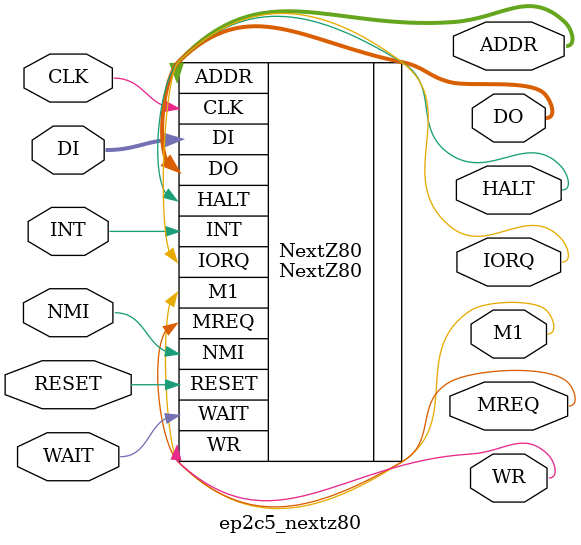
<source format=v>

module ep2c5_nextz80
(
	input	wire	[7:0]	DI,
	output	wire	[7:0]	DO,
	output	wire	[15:0]	ADDR,
	output	wire			WR,
	output	wire			MREQ,
	output	wire			IORQ,
	output	wire			HALT,
	output	wire			M1,
	input	wire			CLK,
	input	wire			RESET,
	input	wire			INT,
	input	wire			NMI,
	input	wire			WAIT
);

NextZ80 NextZ80
(
	.DI		(DI),
	.DO	   	(DO),
	.ADDR	(ADDR),
	.WR	   	(WR),
	.MREQ	(MREQ),
	.IORQ	(IORQ),
	.HALT	(HALT),
	.M1	   	(M1),
	.CLK	(CLK),
	.RESET	(RESET),
	.INT	(INT),
	.NMI	(NMI),
	.WAIT	(WAIT)
);

endmodule

</source>
